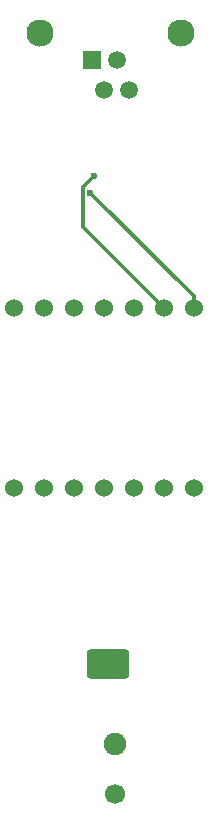
<source format=gbr>
%TF.GenerationSoftware,KiCad,Pcbnew,9.0.2*%
%TF.CreationDate,2025-07-31T19:10:48+02:00*%
%TF.ProjectId,ff-led-panel,66662d6c-6564-42d7-9061-6e656c2e6b69,rev?*%
%TF.SameCoordinates,Original*%
%TF.FileFunction,Copper,L2,Bot*%
%TF.FilePolarity,Positive*%
%FSLAX46Y46*%
G04 Gerber Fmt 4.6, Leading zero omitted, Abs format (unit mm)*
G04 Created by KiCad (PCBNEW 9.0.2) date 2025-07-31 19:10:48*
%MOMM*%
%LPD*%
G01*
G04 APERTURE LIST*
G04 Aperture macros list*
%AMRoundRect*
0 Rectangle with rounded corners*
0 $1 Rounding radius*
0 $2 $3 $4 $5 $6 $7 $8 $9 X,Y pos of 4 corners*
0 Add a 4 corners polygon primitive as box body*
4,1,4,$2,$3,$4,$5,$6,$7,$8,$9,$2,$3,0*
0 Add four circle primitives for the rounded corners*
1,1,$1+$1,$2,$3*
1,1,$1+$1,$4,$5*
1,1,$1+$1,$6,$7*
1,1,$1+$1,$8,$9*
0 Add four rect primitives between the rounded corners*
20,1,$1+$1,$2,$3,$4,$5,0*
20,1,$1+$1,$4,$5,$6,$7,0*
20,1,$1+$1,$6,$7,$8,$9,0*
20,1,$1+$1,$8,$9,$2,$3,0*%
G04 Aperture macros list end*
%TA.AperFunction,ComponentPad*%
%ADD10C,2.300000*%
%TD*%
%TA.AperFunction,ComponentPad*%
%ADD11R,1.500000X1.500000*%
%TD*%
%TA.AperFunction,ComponentPad*%
%ADD12C,1.500000*%
%TD*%
%TA.AperFunction,ComponentPad*%
%ADD13C,0.500000*%
%TD*%
%TA.AperFunction,SMDPad,CuDef*%
%ADD14RoundRect,0.250000X1.520000X-0.980000X1.520000X0.980000X-1.520000X0.980000X-1.520000X-0.980000X0*%
%TD*%
%TA.AperFunction,ComponentPad*%
%ADD15C,1.524000*%
%TD*%
%TA.AperFunction,ComponentPad*%
%ADD16C,1.900000*%
%TD*%
%TA.AperFunction,ComponentPad*%
%ADD17C,1.700000*%
%TD*%
%TA.AperFunction,ViaPad*%
%ADD18C,0.600000*%
%TD*%
%TA.AperFunction,Conductor*%
%ADD19C,0.400000*%
%TD*%
%TA.AperFunction,Conductor*%
%ADD20C,0.300000*%
%TD*%
G04 APERTURE END LIST*
D10*
%TO.P,RS232,*%
%TO.N,*%
X141172500Y-74532500D03*
X129172500Y-74532500D03*
D11*
%TO.P,RS232,1,1*%
%TO.N,/RS232 TX*%
X133642500Y-76832500D03*
D12*
%TO.P,RS232,2,2*%
%TO.N,/RS232 RX*%
X134662500Y-79372500D03*
%TO.P,RS232,3,3*%
%TO.N,unconnected-(RJ11-Pad3)*%
X135682500Y-76832500D03*
%TO.P,RS232,4,4*%
%TO.N,GND*%
X136702500Y-79372500D03*
%TD*%
D13*
%TO.P,U3,4,VOUT*%
%TO.N,/5V*%
X134000000Y-128000000D03*
X135000000Y-128000000D03*
D14*
X135000000Y-128000000D03*
D13*
X136000000Y-128000000D03*
%TD*%
D15*
%TO.P,U1,1,GPIO2/A0/D0*%
%TO.N,/UART RX*%
X142240000Y-97835000D03*
%TO.P,U1,2,GPIO3/A1/D1*%
%TO.N,/UART TX*%
X139700000Y-97835000D03*
%TO.P,U1,3,GPIO4/A2/D2*%
%TO.N,unconnected-(U1-GPIO4{slash}A2{slash}D2-Pad3)_1*%
X137160000Y-97835000D03*
%TO.P,U1,4,GPIO5/A3/D3*%
%TO.N,unconnected-(U1-GPIO5{slash}A3{slash}D3-Pad4)*%
X134620000Y-97835000D03*
%TO.P,U1,5,GPIO6/D4/SDA*%
%TO.N,unconnected-(U1-GPIO6{slash}D4{slash}SDA-Pad5)_1*%
X132080000Y-97835000D03*
%TO.P,U1,6,GPIO7/D5/SCL*%
%TO.N,unconnected-(U1-GPIO7{slash}D5{slash}SCL-Pad6)_1*%
X129540000Y-97835000D03*
%TO.P,U1,7,GPIO21/D6/TX*%
%TO.N,unconnected-(U1-GPIO21{slash}D6{slash}TX-Pad7)_1*%
X127000000Y-97835000D03*
%TO.P,U1,8,GPIO20/D7/RX*%
%TO.N,unconnected-(U1-GPIO20{slash}D7{slash}RX-Pad8)*%
X127000000Y-113075000D03*
%TO.P,U1,9,GPIO8/D8/SCK*%
%TO.N,unconnected-(U1-GPIO8{slash}D8{slash}SCK-Pad9)*%
X129540000Y-113075000D03*
%TO.P,U1,10,GPIO9/D9/MISO*%
%TO.N,unconnected-(U1-GPIO9{slash}D9{slash}MISO-Pad10)_1*%
X132080000Y-113075000D03*
%TO.P,U1,11,GPIO10/D10/MOSI*%
%TO.N,unconnected-(U1-GPIO10{slash}D10{slash}MOSI-Pad11)*%
X134620000Y-113075000D03*
%TO.P,U1,12,VCC_3V3*%
%TO.N,/3.3V*%
X137160000Y-113075000D03*
%TO.P,U1,13,GND*%
%TO.N,GND*%
X139700000Y-113075000D03*
%TO.P,U1,14,VBUS*%
%TO.N,/5VD*%
X142240000Y-113075000D03*
%TD*%
D16*
%TO.P,12V,*%
%TO.N,*%
X135550000Y-134700000D03*
D17*
X135550000Y-139000000D03*
%TD*%
D18*
%TO.N,/UART TX*%
X133737500Y-86628700D03*
%TO.N,/UART RX*%
X133479200Y-88070400D03*
%TD*%
D19*
%TO.N,/5V*%
X134000000Y-128000000D02*
X135000000Y-128000000D01*
X136000000Y-128000000D02*
X135000000Y-128000000D01*
D20*
%TO.N,/UART TX*%
X132827400Y-90962400D02*
X132827400Y-87538800D01*
X132827400Y-87538800D02*
X133737500Y-86628700D01*
X139700000Y-97835000D02*
X132827400Y-90962400D01*
%TO.N,/UART RX*%
X142240000Y-97835000D02*
X142240000Y-96831200D01*
X142240000Y-96831200D02*
X133479200Y-88070400D01*
%TD*%
M02*

</source>
